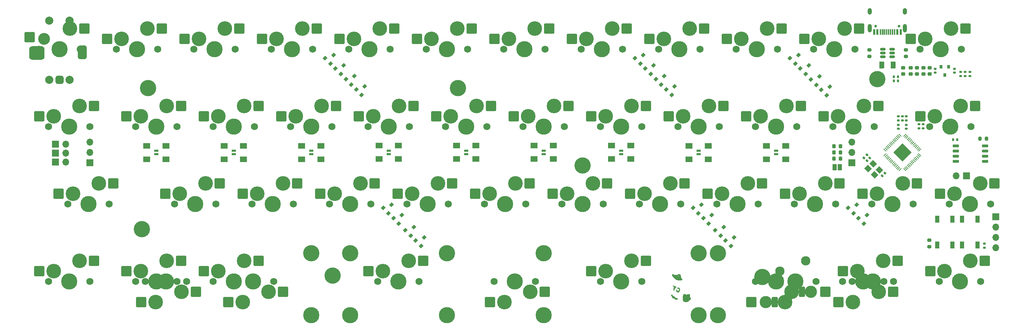
<source format=gbs>
%TF.GenerationSoftware,KiCad,Pcbnew,7.0.8*%
%TF.CreationDate,2023-10-24T13:10:59+02:00*%
%TF.ProjectId,Monorail_Steam_Reduced,4d6f6e6f-7261-4696-9c5f-537465616d5f,rev?*%
%TF.SameCoordinates,Original*%
%TF.FileFunction,Soldermask,Bot*%
%TF.FilePolarity,Negative*%
%FSLAX46Y46*%
G04 Gerber Fmt 4.6, Leading zero omitted, Abs format (unit mm)*
G04 Created by KiCad (PCBNEW 7.0.8) date 2023-10-24 13:10:59*
%MOMM*%
%LPD*%
G01*
G04 APERTURE LIST*
G04 Aperture macros list*
%AMRoundRect*
0 Rectangle with rounded corners*
0 $1 Rounding radius*
0 $2 $3 $4 $5 $6 $7 $8 $9 X,Y pos of 4 corners*
0 Add a 4 corners polygon primitive as box body*
4,1,4,$2,$3,$4,$5,$6,$7,$8,$9,$2,$3,0*
0 Add four circle primitives for the rounded corners*
1,1,$1+$1,$2,$3*
1,1,$1+$1,$4,$5*
1,1,$1+$1,$6,$7*
1,1,$1+$1,$8,$9*
0 Add four rect primitives between the rounded corners*
20,1,$1+$1,$2,$3,$4,$5,0*
20,1,$1+$1,$4,$5,$6,$7,0*
20,1,$1+$1,$6,$7,$8,$9,0*
20,1,$1+$1,$8,$9,$2,$3,0*%
%AMRotRect*
0 Rectangle, with rotation*
0 The origin of the aperture is its center*
0 $1 length*
0 $2 width*
0 $3 Rotation angle, in degrees counterclockwise*
0 Add horizontal line*
21,1,$1,$2,0,0,$3*%
G04 Aperture macros list end*
%ADD10C,4.000000*%
%ADD11C,3.987800*%
%ADD12C,1.750000*%
%ADD13C,2.300000*%
%ADD14R,1.700000X1.700000*%
%ADD15O,1.700000X1.700000*%
%ADD16C,2.000000*%
%ADD17RoundRect,0.500000X0.500000X-0.500000X0.500000X0.500000X-0.500000X0.500000X-0.500000X-0.500000X0*%
%ADD18RoundRect,0.850000X1.050000X-0.850000X1.050000X0.850000X-1.050000X0.850000X-1.050000X-0.850000X0*%
%ADD19RoundRect,0.550000X0.550000X-1.150000X0.550000X1.150000X-0.550000X1.150000X-0.550000X-1.150000X0*%
%ADD20C,0.650000*%
%ADD21R,0.600000X1.450000*%
%ADD22R,0.300000X1.450000*%
%ADD23O,1.000000X1.600000*%
%ADD24O,1.000000X2.100000*%
%ADD25C,3.600000*%
%ADD26RoundRect,0.250000X1.025000X1.000000X-1.025000X1.000000X-1.025000X-1.000000X1.025000X-1.000000X0*%
%ADD27RoundRect,0.140000X0.170000X-0.140000X0.170000X0.140000X-0.170000X0.140000X-0.170000X-0.140000X0*%
%ADD28RoundRect,0.225000X0.250000X-0.225000X0.250000X0.225000X-0.250000X0.225000X-0.250000X-0.225000X0*%
%ADD29R,1.000000X1.700000*%
%ADD30RoundRect,0.225000X0.225000X0.250000X-0.225000X0.250000X-0.225000X-0.250000X0.225000X-0.250000X0*%
%ADD31RoundRect,0.150000X0.512500X0.150000X-0.512500X0.150000X-0.512500X-0.150000X0.512500X-0.150000X0*%
%ADD32RoundRect,0.050000X0.309359X-0.238649X-0.238649X0.309359X-0.309359X0.238649X0.238649X-0.309359X0*%
%ADD33RoundRect,0.050000X0.309359X0.238649X0.238649X0.309359X-0.309359X-0.238649X-0.238649X-0.309359X0*%
%ADD34RoundRect,0.144000X2.059095X0.000000X0.000000X2.059095X-2.059095X0.000000X0.000000X-2.059095X0*%
%ADD35RoundRect,0.250000X-1.025000X-1.000000X1.025000X-1.000000X1.025000X1.000000X-1.025000X1.000000X0*%
%ADD36RotRect,0.900000X0.800000X45.000000*%
%ADD37RoundRect,0.250000X0.375000X0.625000X-0.375000X0.625000X-0.375000X-0.625000X0.375000X-0.625000X0*%
%ADD38RoundRect,0.140000X-0.170000X0.140000X-0.170000X-0.140000X0.170000X-0.140000X0.170000X0.140000X0*%
%ADD39R,1.800000X1.400000*%
%ADD40R,1.000000X0.500000*%
%ADD41RoundRect,0.150000X0.650000X0.150000X-0.650000X0.150000X-0.650000X-0.150000X0.650000X-0.150000X0*%
%ADD42R,1.000000X1.500000*%
%ADD43R,0.800000X0.900000*%
%ADD44C,3.000000*%
%ADD45RoundRect,0.150000X-0.600000X-1.100000X0.600000X-1.100000X0.600000X1.100000X-0.600000X1.100000X0*%
%ADD46RoundRect,0.135000X0.135000X0.185000X-0.135000X0.185000X-0.135000X-0.185000X0.135000X-0.185000X0*%
%ADD47RoundRect,0.200000X-0.275000X0.200000X-0.275000X-0.200000X0.275000X-0.200000X0.275000X0.200000X0*%
%ADD48C,2.900000*%
%ADD49RoundRect,0.140000X0.021213X-0.219203X0.219203X-0.021213X-0.021213X0.219203X-0.219203X0.021213X0*%
%ADD50RoundRect,0.135000X0.035355X-0.226274X0.226274X-0.035355X-0.035355X0.226274X-0.226274X0.035355X0*%
%ADD51RotRect,1.400000X1.200000X315.000000*%
%ADD52RoundRect,0.135000X-0.185000X0.135000X-0.185000X-0.135000X0.185000X-0.135000X0.185000X0.135000X0*%
%ADD53RoundRect,0.140000X-0.140000X-0.170000X0.140000X-0.170000X0.140000X0.170000X-0.140000X0.170000X0*%
%ADD54RoundRect,0.200000X0.200000X0.275000X-0.200000X0.275000X-0.200000X-0.275000X0.200000X-0.275000X0*%
G04 APERTURE END LIST*
%TO.C,REF\u002A\u002A*%
G36*
X191508493Y-132444917D02*
G01*
X191403841Y-132444917D01*
X191403841Y-131921663D01*
X191508493Y-131921663D01*
X191508493Y-132444917D01*
G37*
G36*
X191403841Y-132654224D02*
G01*
X191299190Y-132654224D01*
X191299190Y-132444921D01*
X191403841Y-132444921D01*
X191403841Y-132654224D01*
G37*
G36*
X191403841Y-131921663D02*
G01*
X191299190Y-131921663D01*
X191299190Y-131817012D01*
X191403841Y-131817012D01*
X191403841Y-131921663D01*
G37*
G36*
X191299190Y-132758875D02*
G01*
X191194538Y-132758875D01*
X191194538Y-132654224D01*
X191299190Y-132654224D01*
X191299190Y-132758875D01*
G37*
G36*
X191299190Y-131817012D02*
G01*
X191194538Y-131817012D01*
X191194538Y-131712360D01*
X191299190Y-131712360D01*
X191299190Y-131817012D01*
G37*
G36*
X191194538Y-132863523D02*
G01*
X190775933Y-132863523D01*
X190775933Y-132758872D01*
X191194538Y-132758872D01*
X191194538Y-132863523D01*
G37*
G36*
X190775936Y-132758875D02*
G01*
X190671285Y-132758875D01*
X190671285Y-132654224D01*
X190775936Y-132654224D01*
X190775936Y-132758875D01*
G37*
G36*
X190671285Y-132654224D02*
G01*
X190566633Y-132654224D01*
X190566633Y-132549572D01*
X190671285Y-132549572D01*
X190671285Y-132654224D01*
G37*
G36*
X190566633Y-131817012D02*
G01*
X190357330Y-131817012D01*
X190357330Y-131712360D01*
X190566633Y-131712360D01*
X190566633Y-131817012D01*
G37*
G36*
X190148031Y-132340269D02*
G01*
X190043379Y-132340269D01*
X190043379Y-132026315D01*
X190148031Y-132026315D01*
X190148031Y-132340269D01*
G37*
G36*
X190043379Y-132444921D02*
G01*
X189834076Y-132444921D01*
X189834076Y-132340269D01*
X190043379Y-132340269D01*
X190043379Y-132444921D01*
G37*
G36*
X190357333Y-131712363D02*
G01*
X190252682Y-131712363D01*
X190252682Y-132026318D01*
X190148031Y-132026318D01*
X190148031Y-131607712D01*
X190357333Y-131607712D01*
X190357333Y-131712363D01*
G37*
G36*
X189938727Y-131293758D02*
G01*
X190148031Y-131293758D01*
X190148031Y-131398409D01*
X190461982Y-131398409D01*
X190461982Y-131503061D01*
X190566633Y-131503061D01*
X190566633Y-131712360D01*
X190357330Y-131712360D01*
X190357330Y-131607712D01*
X190148031Y-131607712D01*
X190148031Y-132026315D01*
X190043379Y-132026315D01*
X190043379Y-132340269D01*
X189834076Y-132340269D01*
X189834076Y-131817012D01*
X189938727Y-131817012D01*
X189938727Y-131503061D01*
X189834076Y-131503061D01*
X189834076Y-131398409D01*
X189729424Y-131398409D01*
X189729424Y-131189106D01*
X189938727Y-131189106D01*
X189938727Y-131293758D01*
G37*
G36*
X191194538Y-131817012D02*
G01*
X191299190Y-131817012D01*
X191299190Y-131921663D01*
X191403841Y-131921663D01*
X191403841Y-132444921D01*
X191299190Y-132444921D01*
X191299190Y-132654224D01*
X191194538Y-132654224D01*
X191194538Y-132758872D01*
X190775936Y-132758872D01*
X190775936Y-132654224D01*
X190671285Y-132654224D01*
X190671285Y-132549572D01*
X190566633Y-132549572D01*
X190566633Y-132235617D01*
X190775936Y-132235617D01*
X190775936Y-132444921D01*
X190880587Y-132444921D01*
X190880587Y-132549572D01*
X191089890Y-132549572D01*
X191089890Y-132340269D01*
X191194538Y-132340269D01*
X191194538Y-132026315D01*
X191089890Y-132026315D01*
X191089890Y-131921663D01*
X190775936Y-131921663D01*
X190775936Y-131712360D01*
X191194538Y-131712360D01*
X191194538Y-131817012D01*
G37*
G36*
X189624776Y-133596076D02*
G01*
X189729429Y-133596076D01*
X189729429Y-133700732D01*
X189834072Y-133700732D01*
X189834072Y-133805383D01*
X190043379Y-133805383D01*
X190043379Y-133910035D01*
X190148031Y-133910035D01*
X190148031Y-134014689D01*
X190252682Y-134014689D01*
X190252682Y-134119341D01*
X190461978Y-134119341D01*
X190461978Y-134223985D01*
X190671285Y-134223985D01*
X190671285Y-134328638D01*
X190880592Y-134328638D01*
X190880592Y-134433292D01*
X190985236Y-134433292D01*
X190985236Y-134537944D01*
X190775940Y-134537944D01*
X190775940Y-134642595D01*
X190252682Y-134642595D01*
X190252682Y-134537944D01*
X190148031Y-134537944D01*
X190148031Y-134433292D01*
X190043379Y-134433292D01*
X190043379Y-134328638D01*
X189624776Y-134328638D01*
X189624776Y-134223985D01*
X189520121Y-134223985D01*
X189520121Y-133910035D01*
X189415470Y-133910035D01*
X189415470Y-133805383D01*
X189310819Y-133805383D01*
X189310819Y-133491436D01*
X189520121Y-133491436D01*
X189520121Y-133386781D01*
X189624776Y-133386781D01*
X189624776Y-133596076D01*
G37*
G36*
X192764304Y-133282129D02*
G01*
X192868959Y-133282129D01*
X192868959Y-133386781D01*
X192973611Y-133386781D01*
X192973611Y-133491436D01*
X193182917Y-133491436D01*
X193182917Y-133386781D01*
X193287558Y-133386781D01*
X193287558Y-133282129D01*
X193810816Y-133282129D01*
X193810816Y-133386781D01*
X193915467Y-133386781D01*
X193915467Y-134119341D01*
X194124774Y-134119341D01*
X194124774Y-134223985D01*
X194229426Y-134223985D01*
X194229426Y-134433292D01*
X194124774Y-134433292D01*
X194124774Y-134537944D01*
X194020119Y-134537944D01*
X194020119Y-134747240D01*
X193915467Y-134747240D01*
X193915467Y-134851895D01*
X193706172Y-134851895D01*
X193706172Y-134956547D01*
X193601520Y-134956547D01*
X193601520Y-135061198D01*
X193496865Y-135061198D01*
X193496865Y-135165852D01*
X193287558Y-135165852D01*
X193287558Y-135270504D01*
X192555008Y-135270504D01*
X192555008Y-135165852D01*
X192450357Y-135165852D01*
X192450357Y-135061198D01*
X192345702Y-135061198D01*
X192345702Y-134956547D01*
X192241051Y-134956547D01*
X192241051Y-134851895D01*
X192136399Y-134851895D01*
X192136399Y-133700732D01*
X192241051Y-133700732D01*
X192241051Y-133491436D01*
X192345702Y-133491436D01*
X192345702Y-133282129D01*
X192555008Y-133282129D01*
X192555008Y-133177474D01*
X192764304Y-133177474D01*
X192764304Y-133282129D01*
G37*
G36*
X191613145Y-128886797D02*
G01*
X191717797Y-128886797D01*
X191717797Y-129200744D01*
X191822448Y-129200744D01*
X191822448Y-129410051D01*
X191927100Y-129410051D01*
X191927100Y-129619347D01*
X192031751Y-129619347D01*
X192031751Y-129828654D01*
X191927100Y-129828654D01*
X191927100Y-129933305D01*
X190880592Y-129933305D01*
X190880592Y-129828643D01*
X190566634Y-129828643D01*
X190566634Y-129723992D01*
X190357327Y-129723992D01*
X190357327Y-129619340D01*
X190252683Y-129619340D01*
X190252683Y-129514695D01*
X190148031Y-129514695D01*
X190148031Y-129410044D01*
X190043380Y-129410044D01*
X190043380Y-129305393D01*
X189938728Y-129305393D01*
X189938728Y-129200741D01*
X189834077Y-129200741D01*
X189834077Y-129096090D01*
X189729432Y-129096090D01*
X189729432Y-128991431D01*
X190880592Y-128991431D01*
X190985236Y-128991431D01*
X190985236Y-128886786D01*
X191194543Y-128886786D01*
X191194543Y-128782135D01*
X190985236Y-128782135D01*
X190985236Y-128886786D01*
X190880592Y-128886786D01*
X190880592Y-128991431D01*
X189729432Y-128991431D01*
X189729432Y-128886794D01*
X189624780Y-128886794D01*
X189624780Y-128782142D01*
X189520129Y-128782142D01*
X189520129Y-128363539D01*
X189834077Y-128363539D01*
X189834077Y-128468184D01*
X190043383Y-128468184D01*
X190043383Y-128572835D01*
X190775944Y-128572835D01*
X190775944Y-128468184D01*
X190985240Y-128468184D01*
X190985240Y-128363539D01*
X191508494Y-128363539D01*
X191508494Y-128468184D01*
X191613145Y-128468184D01*
X191613145Y-128782135D01*
X191613145Y-128886797D01*
G37*
%TD*%
D10*
%TO.C,HOLE_M3*%
X239953406Y-80423713D03*
%TD*%
%TO.C,REF\u002A\u002A*%
X100806250Y-123190000D03*
D11*
X100806250Y-138430000D03*
D10*
X200818750Y-123190000D03*
D11*
X200818750Y-138430000D03*
%TD*%
D12*
%TO.C,MX3*%
X214788750Y-130175000D03*
D11*
X219868750Y-130175000D03*
D12*
X224948750Y-130175000D03*
D13*
X216058750Y-127635000D03*
X222408750Y-125095000D03*
%TD*%
D10*
%TO.C,HOLE_M3*%
X60703406Y-82549712D03*
%TD*%
%TO.C,HOLE_M3*%
X106051973Y-128773715D03*
%TD*%
%TO.C,HOLE_M3*%
X59103407Y-117323711D03*
%TD*%
D14*
%TO.C,J4*%
X261898450Y-104165000D03*
D15*
X259358450Y-104165000D03*
%TD*%
D10*
%TO.C,REF\u002A\u002A*%
X157956250Y-123190000D03*
D11*
X157956250Y-138430000D03*
D10*
X196056250Y-123190000D03*
D11*
X196056250Y-138430000D03*
%TD*%
D10*
%TO.C,HOLE_M3*%
X211696300Y-129057400D03*
%TD*%
D11*
%TO.C,REF\u002A\u002A*%
X110331250Y-138430000D03*
X134143750Y-138430000D03*
D10*
X110331250Y-123190000D03*
X134143750Y-123190000D03*
%TD*%
%TO.C,HOLE_M3*%
X167553412Y-101599712D03*
%TD*%
%TO.C,HOLE_M3*%
X136903403Y-82549712D03*
%TD*%
D16*
%TO.C,SW3*%
X36393750Y-80525000D03*
X41393750Y-80525000D03*
D17*
X38893750Y-80525000D03*
D18*
X33293750Y-73925000D03*
D19*
X44493750Y-73825000D03*
D16*
X41393750Y-66025000D03*
X36393750Y-66025000D03*
%TD*%
D20*
%TO.C,J6*%
X239582750Y-67327800D03*
X245362750Y-67327800D03*
D21*
X239222750Y-68772800D03*
X240022750Y-68772800D03*
D22*
X241222750Y-68772800D03*
X242222750Y-68772800D03*
X242722750Y-68772800D03*
X243722750Y-68772800D03*
D21*
X244922750Y-68772800D03*
X245722750Y-68772800D03*
X245722750Y-68772800D03*
X244922750Y-68772800D03*
D22*
X244222750Y-68772800D03*
X243222750Y-68772800D03*
X241722750Y-68772800D03*
X240722750Y-68772800D03*
D21*
X240022750Y-68772800D03*
X239222750Y-68772800D03*
D23*
X238152750Y-63677800D03*
D24*
X238152750Y-67857800D03*
D23*
X246792750Y-63677800D03*
D24*
X246792750Y-67857800D03*
%TD*%
D12*
%TO.C,MX27*%
X201136250Y-92075000D03*
D11*
X196056250Y-92075000D03*
D12*
X190976250Y-92075000D03*
D25*
X192246250Y-89535000D03*
D26*
X188696250Y-89535000D03*
X202146250Y-86995000D03*
D25*
X198596250Y-86995000D03*
%TD*%
D14*
%TO.C,J1*%
X37866400Y-100761800D03*
D15*
X40406400Y-100761800D03*
%TD*%
D14*
%TO.C,J9*%
X46380400Y-100950000D03*
D15*
X46380400Y-98410000D03*
X46380400Y-95870000D03*
%TD*%
D12*
%TO.C,MX58*%
X182086250Y-130175000D03*
D11*
X177006250Y-130175000D03*
D12*
X171926250Y-130175000D03*
D25*
X173196250Y-127635000D03*
D26*
X169646250Y-127635000D03*
X183096250Y-125095000D03*
D25*
X179546250Y-125095000D03*
%TD*%
D27*
%TO.C,C21*%
X262763000Y-79588600D03*
X262763000Y-78628600D03*
%TD*%
D12*
%TO.C,MX19*%
X46355000Y-92075000D03*
D11*
X41275000Y-92075000D03*
D12*
X36195000Y-92075000D03*
D25*
X37465000Y-89535000D03*
D26*
X33915000Y-89535000D03*
X47365000Y-86995000D03*
D25*
X43815000Y-86995000D03*
%TD*%
D28*
%TO.C,C15*%
X252850650Y-79108600D03*
X252850650Y-77558600D03*
%TD*%
D27*
%TO.C,C23*%
X261594600Y-79588600D03*
X261594600Y-78628600D03*
%TD*%
D12*
%TO.C,MX20*%
X67786250Y-92075000D03*
D11*
X62706250Y-92075000D03*
D12*
X57626250Y-92075000D03*
D25*
X58896250Y-89535000D03*
D26*
X55346250Y-89535000D03*
X68796250Y-86995000D03*
D25*
X65246250Y-86995000D03*
%TD*%
D29*
%TO.C,SWR1*%
X258490800Y-121183800D03*
X258490800Y-114883800D03*
X254690800Y-121183800D03*
X254690800Y-114883800D03*
%TD*%
D27*
%TO.C,C1*%
X254196850Y-78813600D03*
X254196850Y-77853600D03*
%TD*%
D30*
%TO.C,C18*%
X230899000Y-99949000D03*
X229349000Y-99949000D03*
%TD*%
D31*
%TO.C,U1*%
X243617750Y-73025000D03*
X243617750Y-73975000D03*
X243617750Y-74925000D03*
X241342750Y-74925000D03*
X241342750Y-73975000D03*
X241342750Y-73025000D03*
%TD*%
D32*
%TO.C,U3*%
X250426907Y-99017202D03*
X250144064Y-99300045D03*
X249861222Y-99582887D03*
X249578379Y-99865730D03*
X249295536Y-100148573D03*
X249012694Y-100431415D03*
X248729851Y-100714258D03*
X248447008Y-100997101D03*
X248164165Y-101279944D03*
X247881323Y-101562786D03*
X247598480Y-101845629D03*
X247315637Y-102128472D03*
X247032795Y-102411314D03*
X246749952Y-102694157D03*
D33*
X245565548Y-102694157D03*
X245282705Y-102411314D03*
X244999863Y-102128472D03*
X244717020Y-101845629D03*
X244434177Y-101562786D03*
X244151335Y-101279944D03*
X243868492Y-100997101D03*
X243585649Y-100714258D03*
X243302806Y-100431415D03*
X243019964Y-100148573D03*
X242737121Y-99865730D03*
X242454278Y-99582887D03*
X242171436Y-99300045D03*
X241888593Y-99017202D03*
D32*
X241888593Y-97832798D03*
X242171436Y-97549955D03*
X242454278Y-97267113D03*
X242737121Y-96984270D03*
X243019964Y-96701427D03*
X243302806Y-96418585D03*
X243585649Y-96135742D03*
X243868492Y-95852899D03*
X244151335Y-95570056D03*
X244434177Y-95287214D03*
X244717020Y-95004371D03*
X244999863Y-94721528D03*
X245282705Y-94438686D03*
X245565548Y-94155843D03*
D33*
X246749952Y-94155843D03*
X247032795Y-94438686D03*
X247315637Y-94721528D03*
X247598480Y-95004371D03*
X247881323Y-95287214D03*
X248164165Y-95570056D03*
X248447008Y-95852899D03*
X248729851Y-96135742D03*
X249012694Y-96418585D03*
X249295536Y-96701427D03*
X249578379Y-96984270D03*
X249861222Y-97267113D03*
X250144064Y-97549955D03*
X250426907Y-97832798D03*
D34*
X246157750Y-98425000D03*
%TD*%
D12*
%TO.C,MX29*%
X239236250Y-92075000D03*
D11*
X234156250Y-92075000D03*
D12*
X229076250Y-92075000D03*
D25*
X230346250Y-89535000D03*
D26*
X226796250Y-89535000D03*
X240246250Y-86995000D03*
D25*
X236696250Y-86995000D03*
%TD*%
D12*
%TO.C,MX41*%
X248761250Y-111125000D03*
D11*
X243681250Y-111125000D03*
D12*
X238601250Y-111125000D03*
D25*
X239871250Y-108585000D03*
D26*
X236321250Y-108585000D03*
X249771250Y-106045000D03*
D25*
X246221250Y-106045000D03*
%TD*%
D12*
%TO.C,MX33*%
X96361250Y-111125000D03*
D11*
X91281250Y-111125000D03*
D12*
X86201250Y-111125000D03*
D25*
X87471250Y-108585000D03*
D26*
X83921250Y-108585000D03*
X97371250Y-106045000D03*
D25*
X93821250Y-106045000D03*
%TD*%
D12*
%TO.C,MX1*%
X231457500Y-130175000D03*
D11*
X236537500Y-130175000D03*
D12*
X241617500Y-130175000D03*
D25*
X240347500Y-132715000D03*
D35*
X243897500Y-132715000D03*
X230447500Y-135255000D03*
D25*
X233997500Y-135255000D03*
%TD*%
D36*
%TO.C,D19*%
X125288245Y-118879258D03*
X123944742Y-117535755D03*
X126030707Y-116793293D03*
%TD*%
D12*
%TO.C,MX28*%
X220186250Y-92075000D03*
D11*
X215106250Y-92075000D03*
D12*
X210026250Y-92075000D03*
D25*
X211296250Y-89535000D03*
D26*
X207746250Y-89535000D03*
X221196250Y-86995000D03*
D25*
X217646250Y-86995000D03*
%TD*%
D37*
%TO.C,F1*%
X243880250Y-76911200D03*
X241080250Y-76911200D03*
%TD*%
D38*
%TO.C,C5*%
X246157750Y-89563000D03*
X246157750Y-90523000D03*
%TD*%
D27*
%TO.C,C2*%
X258921250Y-78813600D03*
X258921250Y-77853600D03*
%TD*%
D36*
%TO.C,D13*%
X186857845Y-81744458D03*
X185514342Y-80400955D03*
X187600307Y-79658493D03*
%TD*%
D39*
%TO.C,D66*%
X98406250Y-100075000D03*
X98406250Y-96775000D03*
D40*
X100806250Y-98025000D03*
D39*
X103206250Y-96775000D03*
D40*
X100806250Y-98825000D03*
D39*
X103206250Y-100075000D03*
%TD*%
%TO.C,D60*%
X193656250Y-100075000D03*
X193656250Y-96775000D03*
D40*
X196056250Y-98025000D03*
D39*
X198456250Y-96775000D03*
D40*
X196056250Y-98825000D03*
D39*
X198456250Y-100075000D03*
%TD*%
D14*
%TO.C,J2*%
X37866400Y-96418400D03*
D15*
X40406400Y-96418400D03*
%TD*%
D36*
%TO.C,D18*%
X227548645Y-84335258D03*
X226205142Y-82991755D03*
X228291107Y-82249293D03*
%TD*%
D41*
%TO.C,U4*%
X266470950Y-96850200D03*
X266470950Y-98120200D03*
X266470950Y-99390200D03*
X266470950Y-100660200D03*
X259270950Y-100660200D03*
X259270950Y-99390200D03*
X259270950Y-98120200D03*
X259270950Y-96850200D03*
%TD*%
D29*
%TO.C,SWR2*%
X260831250Y-114883800D03*
X260831250Y-121183800D03*
X264631250Y-114883800D03*
X264631250Y-121183800D03*
%TD*%
D28*
%TO.C,C16*%
X248202450Y-79108600D03*
X248202450Y-77558600D03*
%TD*%
D39*
%TO.C,D61*%
X174606250Y-100056000D03*
X174606250Y-96756000D03*
D40*
X177006250Y-98006000D03*
D39*
X179406250Y-96756000D03*
D40*
X177006250Y-98806000D03*
D39*
X179406250Y-100056000D03*
%TD*%
D12*
%TO.C,MX34*%
X115411250Y-111125000D03*
D11*
X110331250Y-111125000D03*
D12*
X105251250Y-111125000D03*
D25*
X106521250Y-108585000D03*
D26*
X102971250Y-108585000D03*
X116421250Y-106045000D03*
D25*
X112871250Y-106045000D03*
%TD*%
D36*
%TO.C,D1*%
X108041645Y-79102858D03*
X106698142Y-77759355D03*
X108784107Y-77016893D03*
%TD*%
D12*
%TO.C,MX45*%
X127317500Y-130175000D03*
D11*
X122237500Y-130175000D03*
D12*
X117157500Y-130175000D03*
D25*
X118427500Y-127635000D03*
D26*
X114877500Y-127635000D03*
X128327500Y-125095000D03*
D25*
X124777500Y-125095000D03*
%TD*%
D12*
%TO.C,MX13*%
X158273750Y-73025000D03*
D11*
X153193750Y-73025000D03*
D12*
X148113750Y-73025000D03*
D25*
X149383750Y-70485000D03*
D26*
X145833750Y-70485000D03*
X159283750Y-67945000D03*
D25*
X155733750Y-67945000D03*
%TD*%
D36*
%TO.C,D7*%
X110657845Y-81744458D03*
X109314342Y-80400955D03*
X111400307Y-79658493D03*
%TD*%
D27*
%TO.C,C25*%
X251231400Y-92453400D03*
X251231400Y-91493400D03*
%TD*%
%TO.C,C26*%
X250215400Y-92453400D03*
X250215400Y-91493400D03*
%TD*%
D42*
%TO.C,JP1*%
X230774000Y-102082600D03*
X229474000Y-102082600D03*
%TD*%
D43*
%TO.C,U2*%
X255634450Y-77333600D03*
X257534450Y-77333600D03*
X256584450Y-79333600D03*
%TD*%
D36*
%TO.C,D10*%
X119801845Y-113392858D03*
X118458342Y-112049355D03*
X120544307Y-111306893D03*
%TD*%
D27*
%TO.C,C3*%
X247142000Y-92580400D03*
X247142000Y-91620400D03*
%TD*%
D12*
%TO.C,MX49*%
X210026250Y-130175000D03*
D44*
X212566250Y-135255000D03*
D11*
X215106250Y-130175000D03*
D12*
X220186250Y-130175000D03*
D25*
X218916250Y-132715000D03*
D45*
X221466250Y-132715000D03*
D35*
X209016250Y-135255000D03*
%TD*%
D39*
%TO.C,D59*%
X212706250Y-100075000D03*
X212706250Y-96775000D03*
D40*
X215106250Y-98025000D03*
D39*
X217506250Y-96775000D03*
D40*
X215106250Y-98825000D03*
D39*
X217506250Y-100075000D03*
%TD*%
D12*
%TO.C,MX46*%
X46355000Y-130175000D03*
D11*
X41275000Y-130175000D03*
D12*
X36195000Y-130175000D03*
D25*
X37465000Y-127635000D03*
D26*
X33915000Y-127635000D03*
X47365000Y-125095000D03*
D25*
X43815000Y-125095000D03*
%TD*%
D12*
%TO.C,MX9*%
X82073750Y-73025000D03*
D11*
X76993750Y-73025000D03*
D12*
X71913750Y-73025000D03*
D25*
X73183750Y-70485000D03*
D26*
X69633750Y-70485000D03*
X83083750Y-67945000D03*
D25*
X79533750Y-67945000D03*
%TD*%
D36*
%TO.C,D17*%
X236692645Y-115932858D03*
X235349142Y-114589355D03*
X237435107Y-113846893D03*
%TD*%
D12*
%TO.C,MX38*%
X191611250Y-111125000D03*
D11*
X186531250Y-111125000D03*
D12*
X181451250Y-111125000D03*
D25*
X182721250Y-108585000D03*
D26*
X179171250Y-108585000D03*
X192621250Y-106045000D03*
D25*
X189071250Y-106045000D03*
%TD*%
D36*
%TO.C,D4*%
X181701645Y-76562858D03*
X180358142Y-75219355D03*
X182444107Y-74476893D03*
%TD*%
D12*
%TO.C,MX26*%
X182086250Y-92075000D03*
D11*
X177006250Y-92075000D03*
D12*
X171926250Y-92075000D03*
D25*
X173196250Y-89535000D03*
D26*
X169646250Y-89535000D03*
X183096250Y-86995000D03*
D25*
X179546250Y-86995000D03*
%TD*%
D46*
%TO.C,R7*%
X245086600Y-79781400D03*
X244066600Y-79781400D03*
%TD*%
%TO.C,R6*%
X245086600Y-80822800D03*
X244066600Y-80822800D03*
%TD*%
D39*
%TO.C,D63*%
X136506250Y-100068600D03*
X136506250Y-96768600D03*
D40*
X138906250Y-98018600D03*
D39*
X141306250Y-96768600D03*
D40*
X138906250Y-98818600D03*
D39*
X141306250Y-100068600D03*
%TD*%
D36*
%TO.C,D20*%
X127828245Y-121419258D03*
X126484742Y-120075755D03*
X128570707Y-119333293D03*
%TD*%
D12*
%TO.C,MX15*%
X196373750Y-73025000D03*
D11*
X191293750Y-73025000D03*
D12*
X186213750Y-73025000D03*
D25*
X187483750Y-70485000D03*
D26*
X183933750Y-70485000D03*
X197383750Y-67945000D03*
D25*
X193833750Y-67945000D03*
%TD*%
D38*
%TO.C,C8*%
X245186200Y-89563000D03*
X245186200Y-90523000D03*
%TD*%
D36*
%TO.C,D22*%
X201488245Y-118879258D03*
X200144742Y-117535755D03*
X202230707Y-116793293D03*
%TD*%
D28*
%TO.C,C17*%
X251301250Y-79108600D03*
X251301250Y-77558600D03*
%TD*%
D12*
%TO.C,MX16*%
X215423750Y-73025000D03*
D11*
X210343750Y-73025000D03*
D12*
X205263750Y-73025000D03*
D25*
X206533750Y-70485000D03*
D26*
X202983750Y-70485000D03*
X216433750Y-67945000D03*
D25*
X212883750Y-67945000D03*
%TD*%
D36*
%TO.C,D9*%
X122341845Y-115932858D03*
X120998342Y-114589355D03*
X123084307Y-113846893D03*
%TD*%
D12*
%TO.C,MX21*%
X86836250Y-92075000D03*
D11*
X81756250Y-92075000D03*
D12*
X76676250Y-92075000D03*
D25*
X77946250Y-89535000D03*
D26*
X74396250Y-89535000D03*
X87846250Y-86995000D03*
D25*
X84296250Y-86995000D03*
%TD*%
D39*
%TO.C,D67*%
X117456250Y-100068600D03*
X117456250Y-96768600D03*
D40*
X119856250Y-98018600D03*
D39*
X122256250Y-96768600D03*
D40*
X119856250Y-98818600D03*
D39*
X122256250Y-100068600D03*
%TD*%
D12*
%TO.C,MX52*%
X67786250Y-130175000D03*
D11*
X62706250Y-130175000D03*
D12*
X57626250Y-130175000D03*
D25*
X58896250Y-127635000D03*
D26*
X55346250Y-127635000D03*
X68796250Y-125095000D03*
D25*
X65246250Y-125095000D03*
%TD*%
D36*
%TO.C,D15*%
X225008645Y-81795258D03*
X223665142Y-80451755D03*
X225751107Y-79709293D03*
%TD*%
D12*
%TO.C,MX37*%
X172561250Y-111125000D03*
D11*
X167481250Y-111125000D03*
D12*
X162401250Y-111125000D03*
D25*
X163671250Y-108585000D03*
D26*
X160121250Y-108585000D03*
X173571250Y-106045000D03*
D25*
X170021250Y-106045000D03*
%TD*%
D12*
%TO.C,MX30*%
X263048750Y-92075000D03*
D11*
X257968750Y-92075000D03*
D12*
X252888750Y-92075000D03*
D25*
X254158750Y-89535000D03*
D26*
X250608750Y-89535000D03*
X264058750Y-86995000D03*
D25*
X260508750Y-86995000D03*
%TD*%
D47*
%TO.C,R5*%
X252799850Y-119977400D03*
X252799850Y-121627400D03*
%TD*%
D12*
%TO.C,MX22*%
X105886250Y-92075000D03*
D11*
X100806250Y-92075000D03*
D12*
X95726250Y-92075000D03*
D25*
X96996250Y-89535000D03*
D26*
X93446250Y-89535000D03*
X106896250Y-86995000D03*
D25*
X103346250Y-86995000D03*
%TD*%
D12*
%TO.C,MX12*%
X139223750Y-73025000D03*
D11*
X134143750Y-73025000D03*
D12*
X129063750Y-73025000D03*
D25*
X130333750Y-70485000D03*
D26*
X126783750Y-70485000D03*
X140233750Y-67945000D03*
D25*
X136683750Y-67945000D03*
%TD*%
D36*
%TO.C,D5*%
X219827045Y-76562858D03*
X218483542Y-75219355D03*
X220569507Y-74476893D03*
%TD*%
%TO.C,D11*%
X198541845Y-115932858D03*
X197198342Y-114589355D03*
X199284307Y-113846893D03*
%TD*%
D12*
%TO.C,MX7*%
X43973750Y-73025000D03*
D11*
X38893750Y-73025000D03*
D48*
X35083750Y-70485000D03*
D12*
X33813750Y-73025000D03*
D26*
X31533750Y-70085000D03*
X44983750Y-67945000D03*
D25*
X41433750Y-67945000D03*
%TD*%
D39*
%TO.C,D65*%
X79356250Y-100075000D03*
X79356250Y-96775000D03*
D40*
X81756250Y-98025000D03*
D39*
X84156250Y-96775000D03*
D40*
X81756250Y-98825000D03*
D39*
X84156250Y-100075000D03*
%TD*%
D36*
%TO.C,D14*%
X189423245Y-84284458D03*
X188079742Y-82940955D03*
X190165707Y-82198493D03*
%TD*%
%TO.C,D3*%
X184241645Y-79102858D03*
X182898142Y-77759355D03*
X184984107Y-77016893D03*
%TD*%
%TO.C,D2*%
X105533395Y-76562858D03*
X104189892Y-75219355D03*
X106275857Y-74476893D03*
%TD*%
D49*
%TO.C,C27*%
X241195424Y-104206246D03*
X241874246Y-103527424D03*
%TD*%
D12*
%TO.C,MX42*%
X267811250Y-111125000D03*
D11*
X262731250Y-111125000D03*
D12*
X257651250Y-111125000D03*
D25*
X258921250Y-108585000D03*
D26*
X255371250Y-108585000D03*
X268821250Y-106045000D03*
D25*
X265271250Y-106045000D03*
%TD*%
D30*
%TO.C,C13*%
X230899000Y-98425000D03*
X229349000Y-98425000D03*
%TD*%
D12*
%TO.C,MX43*%
X145732500Y-130175000D03*
D11*
X150812500Y-130175000D03*
D12*
X155892500Y-130175000D03*
D25*
X154622500Y-132715000D03*
D35*
X158172500Y-132715000D03*
X144722500Y-135255000D03*
D25*
X148272500Y-135255000D03*
%TD*%
D12*
%TO.C,MX32*%
X77311250Y-111125000D03*
D11*
X72231250Y-111125000D03*
D12*
X67151250Y-111125000D03*
D25*
X68421250Y-108585000D03*
D26*
X64871250Y-108585000D03*
X78321250Y-106045000D03*
D25*
X74771250Y-106045000D03*
%TD*%
D50*
%TO.C,R12*%
X236697576Y-99776224D03*
X237418824Y-99054976D03*
%TD*%
D12*
%TO.C,MX11*%
X120173750Y-73025000D03*
D11*
X115093750Y-73025000D03*
D12*
X110013750Y-73025000D03*
D25*
X111283750Y-70485000D03*
D26*
X107733750Y-70485000D03*
X121183750Y-67945000D03*
D25*
X117633750Y-67945000D03*
%TD*%
D51*
%TO.C,Y1*%
X238937800Y-101193600D03*
X240493435Y-102749235D03*
X239291354Y-103951316D03*
X237735719Y-102395681D03*
%TD*%
D12*
%TO.C,MX54*%
X214788750Y-130175000D03*
D11*
X219868750Y-130175000D03*
D44*
X223678750Y-132715000D03*
D12*
X224948750Y-130175000D03*
D35*
X227228750Y-132715000D03*
D45*
X214778750Y-135255000D03*
D25*
X217328750Y-135255000D03*
%TD*%
D12*
%TO.C,MX57*%
X243998750Y-130175000D03*
D11*
X238918750Y-130175000D03*
D12*
X233838750Y-130175000D03*
D25*
X235108750Y-127635000D03*
D26*
X231558750Y-127635000D03*
X245008750Y-125095000D03*
D25*
X241458750Y-125095000D03*
%TD*%
D52*
%TO.C,R14*%
X266338050Y-120825800D03*
X266338050Y-121845800D03*
%TD*%
D12*
%TO.C,MX23*%
X124936250Y-92075000D03*
D11*
X119856250Y-92075000D03*
D12*
X114776250Y-92075000D03*
D25*
X116046250Y-89535000D03*
D26*
X112496250Y-89535000D03*
X125946250Y-86995000D03*
D25*
X122396250Y-86995000D03*
%TD*%
D28*
%TO.C,C19*%
X249751850Y-79108600D03*
X249751850Y-77558600D03*
%TD*%
D47*
%TO.C,R4*%
X247046750Y-73150000D03*
X247046750Y-74800000D03*
%TD*%
D12*
%TO.C,MX36*%
X153511250Y-111125000D03*
D11*
X148431250Y-111125000D03*
D12*
X143351250Y-111125000D03*
D25*
X144621250Y-108585000D03*
D26*
X141071250Y-108585000D03*
X154521250Y-106045000D03*
D25*
X150971250Y-106045000D03*
%TD*%
D12*
%TO.C,MX31*%
X51117500Y-111125000D03*
D11*
X46037500Y-111125000D03*
D12*
X40957500Y-111125000D03*
D25*
X42227500Y-108585000D03*
D26*
X38677500Y-108585000D03*
X52127500Y-106045000D03*
D25*
X48577500Y-106045000D03*
%TD*%
D39*
%TO.C,D62*%
X155556250Y-100068600D03*
X155556250Y-96768600D03*
D40*
X157956250Y-98018600D03*
D39*
X160356250Y-96768600D03*
D40*
X157956250Y-98818600D03*
D39*
X160356250Y-100068600D03*
%TD*%
D27*
%TO.C,C22*%
X260477000Y-79588600D03*
X260477000Y-78628600D03*
%TD*%
D12*
%TO.C,MX8*%
X63023750Y-73025000D03*
D11*
X57943750Y-73025000D03*
D12*
X52863750Y-73025000D03*
D25*
X54133750Y-70485000D03*
D26*
X50583750Y-70485000D03*
X64033750Y-67945000D03*
D25*
X60483750Y-67945000D03*
%TD*%
D53*
%TO.C,C28*%
X258650800Y-95326200D03*
X259610800Y-95326200D03*
%TD*%
D39*
%TO.C,D64*%
X60306250Y-100075000D03*
X60306250Y-96775000D03*
D40*
X62706250Y-98025000D03*
D39*
X65106250Y-96775000D03*
D40*
X62706250Y-98825000D03*
D39*
X65106250Y-100075000D03*
%TD*%
D38*
%TO.C,C7*%
X247142000Y-89563000D03*
X247142000Y-90523000D03*
%TD*%
D12*
%TO.C,MX35*%
X134461250Y-111125000D03*
D11*
X129381250Y-111125000D03*
D12*
X124301250Y-111125000D03*
D25*
X125571250Y-108585000D03*
D26*
X122021250Y-108585000D03*
X135471250Y-106045000D03*
D25*
X131921250Y-106045000D03*
%TD*%
D30*
%TO.C,C14*%
X230899000Y-96901000D03*
X229349000Y-96901000D03*
%TD*%
D28*
%TO.C,C20*%
X246329200Y-79121000D03*
X246329200Y-77571000D03*
%TD*%
D47*
%TO.C,R2*%
X238029750Y-73150000D03*
X238029750Y-74800000D03*
%TD*%
D14*
%TO.C,J8*%
X269087600Y-114233800D03*
D15*
X269087600Y-116773800D03*
X269087600Y-119313800D03*
X269087600Y-121853800D03*
%TD*%
D12*
%TO.C,MX18*%
X260667500Y-73025000D03*
D11*
X255587500Y-73025000D03*
D12*
X250507500Y-73025000D03*
D25*
X251777500Y-70485000D03*
D26*
X248227500Y-70485000D03*
X261677500Y-67945000D03*
D25*
X258127500Y-67945000D03*
%TD*%
D12*
%TO.C,MX24*%
X143986250Y-92075000D03*
D11*
X138906250Y-92075000D03*
D12*
X133826250Y-92075000D03*
D25*
X135096250Y-89535000D03*
D26*
X131546250Y-89535000D03*
X144996250Y-86995000D03*
D25*
X141446250Y-86995000D03*
%TD*%
D36*
%TO.C,D8*%
X113197845Y-84284458D03*
X111854342Y-82940955D03*
X113940307Y-82198493D03*
%TD*%
D12*
%TO.C,MX2*%
X60007500Y-130175000D03*
D11*
X65087500Y-130175000D03*
D12*
X70167500Y-130175000D03*
D25*
X68897500Y-132715000D03*
D35*
X72447500Y-132715000D03*
X58997500Y-135255000D03*
D25*
X62547500Y-135255000D03*
%TD*%
D12*
%TO.C,MX53*%
X81438750Y-130175000D03*
D11*
X86518750Y-130175000D03*
D12*
X91598750Y-130175000D03*
D25*
X90328750Y-132715000D03*
D35*
X93878750Y-132715000D03*
X80428750Y-135255000D03*
D25*
X83978750Y-135255000D03*
%TD*%
D12*
%TO.C,MX48*%
X265430000Y-130175000D03*
D11*
X260350000Y-130175000D03*
D12*
X255270000Y-130175000D03*
D25*
X256540000Y-127635000D03*
D26*
X252990000Y-127635000D03*
X266440000Y-125095000D03*
D25*
X262890000Y-125095000D03*
%TD*%
D12*
%TO.C,MX25*%
X163036250Y-92075000D03*
D11*
X157956250Y-92075000D03*
D12*
X152876250Y-92075000D03*
D25*
X154146250Y-89535000D03*
D26*
X150596250Y-89535000D03*
X164046250Y-86995000D03*
D25*
X160496250Y-86995000D03*
%TD*%
D12*
%TO.C,MX47*%
X86836250Y-130175000D03*
D11*
X81756250Y-130175000D03*
D12*
X76676250Y-130175000D03*
D25*
X77946250Y-127635000D03*
D26*
X74396250Y-127635000D03*
X87846250Y-125095000D03*
D25*
X84296250Y-125095000D03*
%TD*%
D27*
%TO.C,C4*%
X245186200Y-92580400D03*
X245186200Y-91620400D03*
%TD*%
D49*
%TO.C,C6*%
X237455389Y-100466211D03*
X238134211Y-99787389D03*
%TD*%
D36*
%TO.C,D12*%
X196001845Y-113392858D03*
X194658342Y-112049355D03*
X196744307Y-111306893D03*
%TD*%
%TO.C,D16*%
X234152645Y-113392858D03*
X232809142Y-112049355D03*
X234895107Y-111306893D03*
%TD*%
D12*
%TO.C,MX17*%
X234473750Y-73025000D03*
D11*
X229393750Y-73025000D03*
D12*
X224313750Y-73025000D03*
D25*
X225583750Y-70485000D03*
D26*
X222033750Y-70485000D03*
X235483750Y-67945000D03*
D25*
X231933750Y-67945000D03*
%TD*%
D14*
%TO.C,SWD1*%
X233756200Y-100965000D03*
D15*
X233756200Y-98425000D03*
X233756200Y-95885000D03*
%TD*%
D54*
%TO.C,R13*%
X266839200Y-95072200D03*
X265189200Y-95072200D03*
%TD*%
D12*
%TO.C,MX10*%
X101123750Y-73025000D03*
D11*
X96043750Y-73025000D03*
D12*
X90963750Y-73025000D03*
D25*
X92233750Y-70485000D03*
D26*
X88683750Y-70485000D03*
X102133750Y-67945000D03*
D25*
X98583750Y-67945000D03*
%TD*%
D14*
%TO.C,J3*%
X37866400Y-98577400D03*
D15*
X40406400Y-98577400D03*
%TD*%
D12*
%TO.C,MX40*%
X229711250Y-111125000D03*
D11*
X224631250Y-111125000D03*
D12*
X219551250Y-111125000D03*
D25*
X220821250Y-108585000D03*
D26*
X217271250Y-108585000D03*
X230721250Y-106045000D03*
D25*
X227171250Y-106045000D03*
%TD*%
D36*
%TO.C,D6*%
X222367045Y-79102858D03*
X221023542Y-77759355D03*
X223109507Y-77016893D03*
%TD*%
D12*
%TO.C,MX14*%
X177323750Y-73025000D03*
D11*
X172243750Y-73025000D03*
D12*
X167163750Y-73025000D03*
D25*
X168433750Y-70485000D03*
D26*
X164883750Y-70485000D03*
X178333750Y-67945000D03*
D25*
X174783750Y-67945000D03*
%TD*%
D12*
%TO.C,MX39*%
X210661250Y-111125000D03*
D11*
X205581250Y-111125000D03*
D12*
X200501250Y-111125000D03*
D25*
X201771250Y-108585000D03*
D26*
X198221250Y-108585000D03*
X211671250Y-106045000D03*
D25*
X208121250Y-106045000D03*
%TD*%
D36*
%TO.C,D21*%
X204028245Y-121419258D03*
X202684742Y-120075755D03*
X204770707Y-119333293D03*
%TD*%
M02*

</source>
